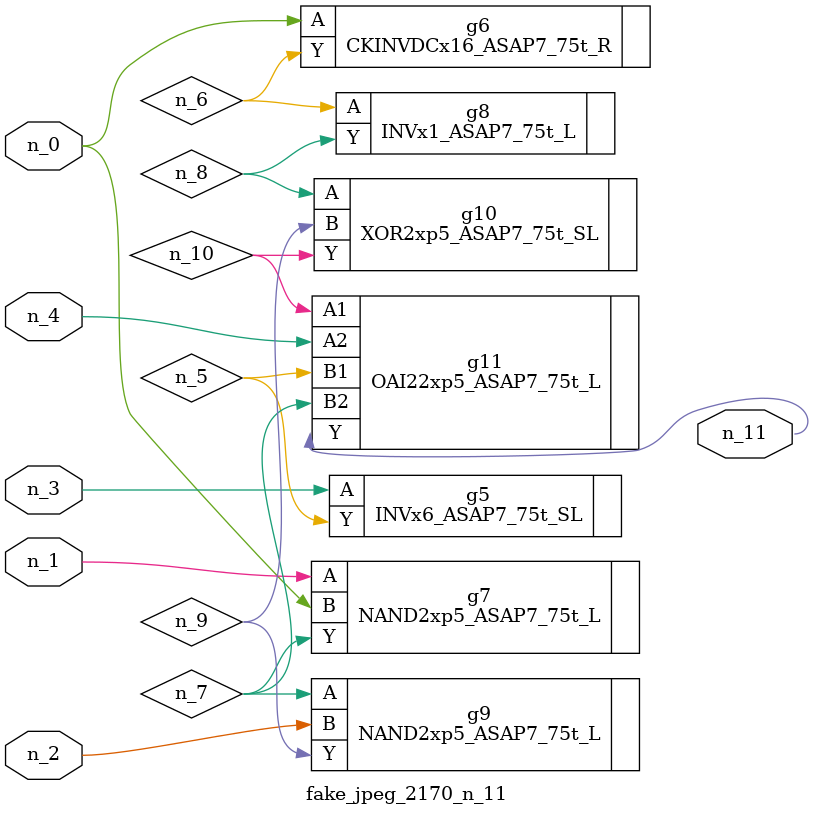
<source format=v>
module fake_jpeg_2170_n_11 (n_3, n_2, n_1, n_0, n_4, n_11);

input n_3;
input n_2;
input n_1;
input n_0;
input n_4;

output n_11;

wire n_10;
wire n_8;
wire n_9;
wire n_6;
wire n_5;
wire n_7;

INVx6_ASAP7_75t_SL g5 ( 
.A(n_3),
.Y(n_5)
);

CKINVDCx16_ASAP7_75t_R g6 ( 
.A(n_0),
.Y(n_6)
);

NAND2xp5_ASAP7_75t_L g7 ( 
.A(n_1),
.B(n_0),
.Y(n_7)
);

INVx1_ASAP7_75t_L g8 ( 
.A(n_6),
.Y(n_8)
);

XOR2xp5_ASAP7_75t_SL g10 ( 
.A(n_8),
.B(n_9),
.Y(n_10)
);

NAND2xp5_ASAP7_75t_L g9 ( 
.A(n_7),
.B(n_2),
.Y(n_9)
);

OAI22xp5_ASAP7_75t_L g11 ( 
.A1(n_10),
.A2(n_4),
.B1(n_5),
.B2(n_7),
.Y(n_11)
);


endmodule
</source>
